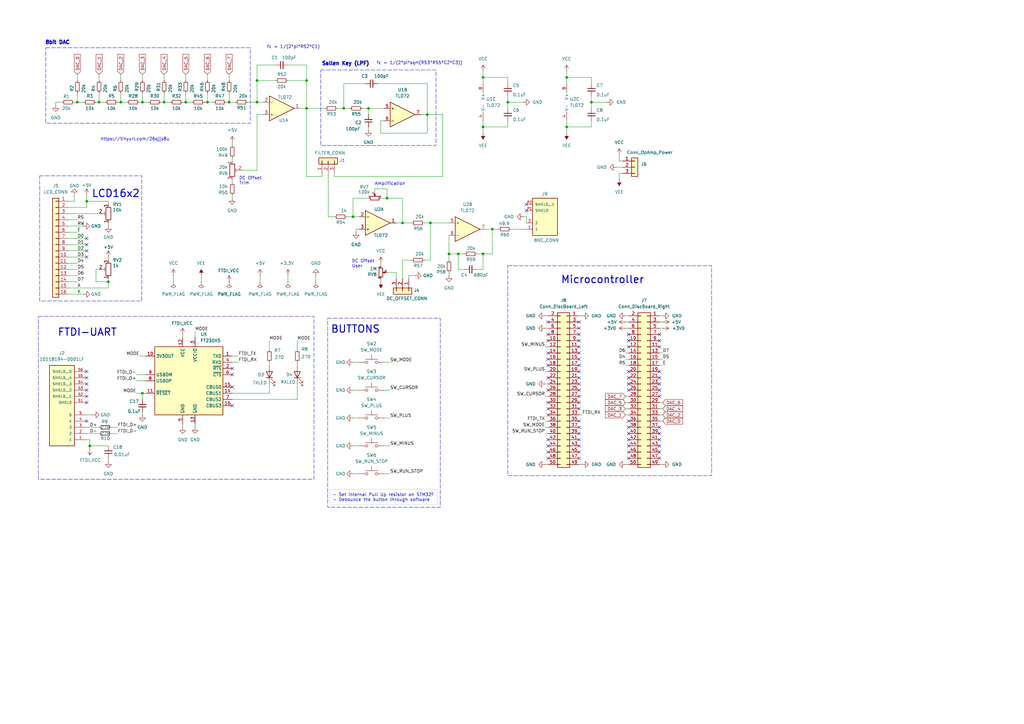
<source format=kicad_sch>
(kicad_sch (version 20231120) (generator "eeschema") (generator_version "8.0")
  (paper "A3")
  (title_block (title "Function Generator") (date "2024-05-30") (rev "2.0") (company "EngrEDU"))
  (junction (at 151.13 44.45))
  (junction (at 31.75 41.91))
  (junction (at 36.83 182.88))
  (junction (at 198.12 104.14))
  (junction (at 140.97 44.45))
  (junction (at 201.93 93.98))
  (junction (at 208.28 41.91))
  (junction (at 198.12 52.07))
  (junction (at 232.41 31.75))
  (junction (at 176.53 91.44))
  (junction (at 58.42 161.29))
  (junction (at 44.45 115.57))
  (junction (at 67.31 41.91))
  (junction (at 85.09 41.91))
  (junction (at 198.12 31.75))
  (junction (at 125.73 33.02))
  (junction (at 49.53 41.91))
  (junction (at 35.56 82.55))
  (junction (at 40.64 41.91))
  (junction (at 58.42 41.91))
  (junction (at 184.15 104.14))
  (junction (at 76.2 41.91))
  (junction (at 242.57 41.91))
  (junction (at 105.41 41.91))
  (junction (at 158.75 81.28))
  (junction (at 232.41 52.07))
  (junction (at 93.98 41.91))
  (junction (at 175.26 46.99))
  (junction (at 144.78 88.9))
  (junction (at 187.96 104.14))
  (junction (at 165.1 91.44))
  (junction (at 125.73 44.45))
  (junction (at 105.41 33.02))
  (no_connect (at 237.49 147.32))
  (no_connect (at 257.81 157.48))
  (no_connect (at 224.79 154.94))
  (no_connect (at 237.49 139.7))
  (no_connect (at 257.81 185.42))
  (no_connect (at 257.81 139.7))
  (no_connect (at 270.51 182.88))
  (no_connect (at 95.25 166.37))
  (no_connect (at 35.56 152.4))
  (no_connect (at 237.49 160.02))
  (no_connect (at 35.56 105.41))
  (no_connect (at 270.51 152.4))
  (no_connect (at 237.49 154.94))
  (no_connect (at 237.49 144.78))
  (no_connect (at 257.81 137.16))
  (no_connect (at 257.81 177.8))
  (no_connect (at 35.56 165.1))
  (no_connect (at 224.79 182.88))
  (no_connect (at 270.51 142.24))
  (no_connect (at 257.81 182.88))
  (no_connect (at 270.51 180.34))
  (no_connect (at 224.79 180.34))
  (no_connect (at 35.56 160.02))
  (no_connect (at 237.49 142.24))
  (no_connect (at 237.49 152.4))
  (no_connect (at 237.49 165.1))
  (no_connect (at 270.51 160.02))
  (no_connect (at 270.51 139.7))
  (no_connect (at 35.56 162.56))
  (no_connect (at 95.25 151.13))
  (no_connect (at 257.81 142.24))
  (no_connect (at 35.56 102.87))
  (no_connect (at 257.81 187.96))
  (no_connect (at 224.79 147.32))
  (no_connect (at 224.79 165.1))
  (no_connect (at 224.79 187.96))
  (no_connect (at 35.56 97.79))
  (no_connect (at 35.56 154.94))
  (no_connect (at 224.79 144.78))
  (no_connect (at 224.79 139.7))
  (no_connect (at 270.51 157.48))
  (no_connect (at 257.81 172.72))
  (no_connect (at 224.79 137.16))
  (no_connect (at 237.49 157.48))
  (no_connect (at 270.51 185.42))
  (no_connect (at 237.49 132.08))
  (no_connect (at 237.49 137.16))
  (no_connect (at 215.9 86.36))
  (no_connect (at 270.51 175.26))
  (no_connect (at 237.49 172.72))
  (no_connect (at 224.79 185.42))
  (no_connect (at 270.51 177.8))
  (no_connect (at 237.49 177.8))
  (no_connect (at 237.49 185.42))
  (no_connect (at 224.79 149.86))
  (no_connect (at 237.49 134.62))
  (no_connect (at 35.56 100.33))
  (no_connect (at 257.81 160.02))
  (no_connect (at 257.81 154.94))
  (no_connect (at 224.79 160.02))
  (no_connect (at 224.79 167.64))
  (no_connect (at 35.56 157.48))
  (no_connect (at 237.49 167.64))
  (no_connect (at 95.25 153.67))
  (no_connect (at 237.49 187.96))
  (no_connect (at 215.9 83.82))
  (no_connect (at 257.81 180.34))
  (no_connect (at 35.56 172.72))
  (no_connect (at 237.49 180.34))
  (no_connect (at 237.49 175.26))
  (no_connect (at 270.51 154.94))
  (no_connect (at 237.49 149.86))
  (no_connect (at 95.25 158.75))
  (no_connect (at 270.51 137.16))
  (no_connect (at 257.81 152.4))
  (no_connect (at 270.51 162.56))
  (no_connect (at 237.49 162.56))
  (no_connect (at 224.79 132.08))
  (no_connect (at 270.51 187.96))
  (no_connect (at 237.49 182.88))
  (no_connect (at 257.81 175.26))
  (no_connect (at 224.79 170.18))
  (wire (pts (xy 242.57 41.91) (xy 242.57 39.37)))
  (wire (pts (xy 270.51 167.64) (xy 271.78 167.64)))
  (wire (pts (xy 242.57 52.07) (xy 232.41 52.07)))
  (wire (pts (xy 153.67 77.47) (xy 158.75 77.47)))
  (wire (pts (xy 242.57 34.29) (xy 242.57 31.75)))
  (wire (pts (xy 39.37 110.49) (xy 40.64 110.49)))
  (wire (pts (xy 232.41 49.53) (xy 232.41 52.07)))
  (wire (pts (xy 95.25 146.05) (xy 97.79 146.05)))
  (wire (pts (xy 31.75 30.48) (xy 31.75 33.02)))
  (wire (pts (xy 30.48 82.55) (xy 30.48 80.01)))
  (wire (pts (xy 223.52 175.26) (xy 224.79 175.26)))
  (wire (pts (xy 223.52 134.62) (xy 224.79 134.62)))
  (wire (pts (xy 175.26 46.99) (xy 175.26 54.61)))
  (wire (pts (xy 36.83 180.34) (xy 36.83 182.88)))
  (wire (pts (xy 237.49 170.18) (xy 238.76 170.18)))
  (wire (pts (xy 223.52 172.72) (xy 224.79 172.72)))
  (wire (pts (xy 187.96 110.49) (xy 187.96 104.14)))
  (wire (pts (xy 125.73 26.67) (xy 125.73 33.02)))
  (wire (pts (xy 175.26 34.29) (xy 175.26 46.99)))
  (wire (pts (xy 195.58 104.14) (xy 198.12 104.14)))
  (wire (pts (xy 198.12 31.75) (xy 208.28 31.75)))
  (wire (pts (xy 27.94 115.57) (xy 31.75 115.57)))
  (wire (pts (xy 270.51 190.5) (xy 271.78 190.5)))
  (wire (pts (xy 74.93 173.99) (xy 74.93 175.26)))
  (wire (pts (xy 58.42 41.91) (xy 60.96 41.91)))
  (wire (pts (xy 74.93 137.16) (xy 74.93 138.43)))
  (wire (pts (xy 118.11 33.02) (xy 125.73 33.02)))
  (wire (pts (xy 35.56 177.8) (xy 40.64 177.8)))
  (wire (pts (xy 215.9 88.9) (xy 214.63 88.9)))
  (wire (pts (xy 125.73 72.39) (xy 125.73 44.45)))
  (wire (pts (xy 190.5 110.49) (xy 187.96 110.49)))
  (wire (pts (xy 144.78 171.45) (xy 147.32 171.45)))
  (wire (pts (xy 184.15 104.14) (xy 187.96 104.14)))
  (wire (pts (xy 270.51 172.72) (xy 271.78 172.72)))
  (wire (pts (xy 181.61 72.39) (xy 181.61 46.99)))
  (wire (pts (xy 165.1 91.44) (xy 162.56 91.44)))
  (wire (pts (xy 256.54 170.18) (xy 257.81 170.18)))
  (wire (pts (xy 144.78 81.28) (xy 144.78 88.9)))
  (wire (pts (xy 223.52 157.48) (xy 224.79 157.48)))
  (wire (pts (xy 95.25 58.42) (xy 95.25 59.69)))
  (wire (pts (xy 270.51 149.86) (xy 271.78 149.86)))
  (wire (pts (xy 110.49 161.29) (xy 110.49 157.48)))
  (wire (pts (xy 172.72 46.99) (xy 175.26 46.99)))
  (wire (pts (xy 223.52 190.5) (xy 224.79 190.5)))
  (wire (pts (xy 110.49 139.7) (xy 110.49 143.51)))
  (wire (pts (xy 31.75 38.1) (xy 31.75 41.91)))
  (wire (pts (xy 55.88 161.29) (xy 58.42 161.29)))
  (wire (pts (xy 132.08 72.39) (xy 125.73 72.39)))
  (wire (pts (xy 144.78 182.88) (xy 147.32 182.88)))
  (wire (pts (xy 22.86 43.18) (xy 22.86 41.91)))
  (wire (pts (xy 256.54 165.1) (xy 257.81 165.1)))
  (wire (pts (xy 153.67 78.74) (xy 153.67 77.47)))
  (wire (pts (xy 36.83 182.88) (xy 44.45 182.88)))
  (wire (pts (xy 76.2 41.91) (xy 78.74 41.91)))
  (wire (pts (xy 67.31 30.48) (xy 67.31 33.02)))
  (wire (pts (xy 156.21 49.53) (xy 156.21 54.61)))
  (wire (pts (xy 138.43 44.45) (xy 140.97 44.45)))
  (wire (pts (xy 55.88 153.67) (xy 59.69 153.67)))
  (wire (pts (xy 27.94 113.03) (xy 31.75 113.03)))
  (wire (pts (xy 85.09 38.1) (xy 85.09 41.91)))
  (wire (pts (xy 198.12 52.07) (xy 208.28 52.07)))
  (wire (pts (xy 256.54 149.86) (xy 257.81 149.86)))
  (wire (pts (xy 198.12 104.14) (xy 201.93 104.14)))
  (wire (pts (xy 184.15 104.14) (xy 184.15 106.68)))
  (wire (pts (xy 151.13 81.28) (xy 144.78 81.28)))
  (wire (pts (xy 125.73 33.02) (xy 125.73 44.45)))
  (wire (pts (xy 140.97 34.29) (xy 140.97 44.45)))
  (wire (pts (xy 198.12 34.29) (xy 198.12 31.75)))
  (wire (pts (xy 256.54 144.78) (xy 257.81 144.78)))
  (wire (pts (xy 270.51 129.54) (xy 271.78 129.54)))
  (wire (pts (xy 101.6 41.91) (xy 105.41 41.91)))
  (wire (pts (xy 74.93 41.91) (xy 76.2 41.91)))
  (wire (pts (xy 255.27 66.04) (xy 254 66.04)))
  (wire (pts (xy 248.92 41.91) (xy 242.57 41.91)))
  (wire (pts (xy 66.04 41.91) (xy 67.31 41.91)))
  (wire (pts (xy 149.86 34.29) (xy 140.97 34.29)))
  (wire (pts (xy 144.78 160.02) (xy 147.32 160.02)))
  (wire (pts (xy 223.52 129.54) (xy 224.79 129.54)))
  (wire (pts (xy 157.48 171.45) (xy 160.02 171.45)))
  (wire (pts (xy 165.1 114.3) (xy 165.1 106.68)))
  (wire (pts (xy 110.49 148.59) (xy 110.49 149.86)))
  (wire (pts (xy 156.21 54.61) (xy 175.26 54.61)))
  (wire (pts (xy 95.25 148.59) (xy 97.79 148.59)))
  (wire (pts (xy 147.32 93.98) (xy 146.05 93.98)))
  (wire (pts (xy 195.58 110.49) (xy 198.12 110.49)))
  (wire (pts (xy 45.72 177.8) (xy 48.26 177.8)))
  (wire (pts (xy 215.9 91.44) (xy 215.9 88.9)))
  (wire (pts (xy 134.62 88.9) (xy 137.16 88.9)))
  (wire (pts (xy 125.73 44.45) (xy 133.35 44.45)))
  (wire (pts (xy 242.57 31.75) (xy 232.41 31.75)))
  (wire (pts (xy 48.26 41.91) (xy 49.53 41.91)))
  (wire (pts (xy 58.42 38.1) (xy 58.42 41.91)))
  (wire (pts (xy 93.98 30.48) (xy 93.98 33.02)))
  (wire (pts (xy 255.27 71.12) (xy 254 71.12)))
  (wire (pts (xy 223.52 152.4) (xy 224.79 152.4)))
  (wire (pts (xy 223.52 162.56) (xy 224.79 162.56)))
  (wire (pts (xy 154.94 34.29) (xy 175.26 34.29)))
  (wire (pts (xy 157.48 148.59) (xy 160.02 148.59)))
  (wire (pts (xy 93.98 41.91) (xy 96.52 41.91)))
  (wire (pts (xy 158.75 81.28) (xy 165.1 81.28)))
  (wire (pts (xy 223.52 142.24) (xy 224.79 142.24)))
  (wire (pts (xy 44.45 118.11) (xy 44.45 115.57)))
  (wire (pts (xy 144.78 148.59) (xy 147.32 148.59)))
  (wire (pts (xy 158.75 77.47) (xy 158.75 81.28)))
  (wire (pts (xy 35.56 175.26) (xy 40.64 175.26)))
  (wire (pts (xy 151.13 44.45) (xy 151.13 46.99)))
  (wire (pts (xy 256.54 132.08) (xy 257.81 132.08)))
  (wire (pts (xy 173.99 91.44) (xy 176.53 91.44)))
  (wire (pts (xy 27.94 82.55) (xy 30.48 82.55)))
  (wire (pts (xy 162.56 111.76) (xy 162.56 114.3)))
  (wire (pts (xy 118.11 113.03) (xy 118.11 115.57)))
  (wire (pts (xy 137.16 71.12) (xy 137.16 72.39)))
  (wire (pts (xy 67.31 41.91) (xy 69.85 41.91)))
  (wire (pts (xy 201.93 93.98) (xy 204.47 93.98)))
  (wire (pts (xy 40.64 38.1) (xy 40.64 41.91)))
  (wire (pts (xy 129.54 113.03) (xy 129.54 115.57)))
  (wire (pts (xy 201.93 104.14) (xy 201.93 93.98)))
  (wire (pts (xy 165.1 81.28) (xy 165.1 91.44)))
  (wire (pts (xy 208.28 41.91) (xy 208.28 44.45)))
  (wire (pts (xy 105.41 26.67) (xy 105.41 33.02)))
  (wire (pts (xy 157.48 182.88) (xy 160.02 182.88)))
  (wire (pts (xy 157.48 194.31) (xy 160.02 194.31)))
  (wire (pts (xy 105.41 69.85) (xy 105.41 46.99)))
  (wire (pts (xy 40.64 30.48) (xy 40.64 33.02)))
  (wire (pts (xy 44.45 114.3) (xy 44.45 115.57)))
  (wire (pts (xy 271.78 134.62) (xy 270.51 134.62)))
  (wire (pts (xy 39.37 115.57) (xy 39.37 110.49)))
  (wire (pts (xy 93.98 38.1) (xy 93.98 41.91)))
  (wire (pts (xy 209.55 93.98) (xy 215.9 93.98)))
  (wire (pts (xy 173.99 106.68) (xy 176.53 106.68)))
  (wire (pts (xy 254 66.04) (xy 254 63.5)))
  (wire (pts (xy 95.25 163.83) (xy 121.92 163.83)))
  (wire (pts (xy 57.15 41.91) (xy 58.42 41.91)))
  (wire (pts (xy 256.54 162.56) (xy 257.81 162.56)))
  (wire (pts (xy 165.1 91.44) (xy 168.91 91.44)))
  (wire (pts (xy 156.21 81.28) (xy 158.75 81.28)))
  (wire (pts (xy 95.25 80.01) (xy 95.25 81.28)))
  (wire (pts (xy 165.1 106.68) (xy 168.91 106.68)))
  (wire (pts (xy 27.94 90.17) (xy 31.75 90.17)))
  (wire (pts (xy 35.56 180.34) (xy 36.83 180.34)))
  (wire (pts (xy 140.97 44.45) (xy 143.51 44.45)))
  (wire (pts (xy 27.94 92.71) (xy 34.29 92.71)))
  (wire (pts (xy 151.13 44.45) (xy 157.48 44.45)))
  (wire (pts (xy 158.75 111.76) (xy 162.56 111.76)))
  (wire (pts (xy 58.42 163.83) (xy 58.42 161.29)))
  (wire (pts (xy 27.94 100.33) (xy 35.56 100.33)))
  (wire (pts (xy 57.15 146.05) (xy 59.69 146.05)))
  (wire (pts (xy 30.48 41.91) (xy 31.75 41.91)))
  (wire (pts (xy 44.45 83.82) (xy 44.45 82.55)))
  (wire (pts (xy 58.42 161.29) (xy 59.69 161.29)))
  (wire (pts (xy 157.48 49.53) (xy 156.21 49.53)))
  (wire (pts (xy 121.92 163.83) (xy 121.92 157.48)))
  (wire (pts (xy 146.05 93.98) (xy 146.05 95.25)))
  (wire (pts (xy 27.94 97.79) (xy 35.56 97.79)))
  (wire (pts (xy 187.96 104.14) (xy 190.5 104.14)))
  (wire (pts (xy 71.12 113.03) (xy 71.12 115.57)))
  (wire (pts (xy 181.61 46.99) (xy 175.26 46.99)))
  (wire (pts (xy 270.51 132.08) (xy 271.78 132.08)))
  (wire (pts (xy 27.94 102.87) (xy 35.56 102.87)))
  (wire (pts (xy 27.94 85.09) (xy 35.56 85.09)))
  (wire (pts (xy 201.93 93.98) (xy 199.39 93.98)))
  (wire (pts (xy 35.56 80.01) (xy 35.56 82.55)))
  (wire (pts (xy 184.15 96.52) (xy 184.15 104.14)))
  (wire (pts (xy 237.49 129.54) (xy 238.76 129.54)))
  (wire (pts (xy 157.48 160.02) (xy 160.02 160.02)))
  (wire (pts (xy 80.01 135.89) (xy 80.01 138.43)))
  (wire (pts (xy 95.25 73.66) (xy 95.25 74.93)))
  (wire (pts (xy 232.41 52.07) (xy 232.41 54.61)))
  (wire (pts (xy 208.28 41.91) (xy 208.28 39.37)))
  (wire (pts (xy 121.92 148.59) (xy 121.92 149.86)))
  (wire (pts (xy 85.09 30.48) (xy 85.09 33.02)))
  (wire (pts (xy 156.21 107.95) (xy 156.21 109.22)))
  (wire (pts (xy 105.41 46.99) (xy 107.95 46.99)))
  (wire (pts (xy 49.53 30.48) (xy 49.53 33.02)))
  (wire (pts (xy 256.54 147.32) (xy 257.81 147.32)))
  (wire (pts (xy 167.64 113.03) (xy 167.64 114.3)))
  (wire (pts (xy 144.78 194.31) (xy 147.32 194.31)))
  (wire (pts (xy 58.42 168.91) (xy 58.42 170.18)))
  (wire (pts (xy 40.64 41.91) (xy 43.18 41.91)))
  (wire (pts (xy 232.41 31.75) (xy 232.41 34.29)))
  (wire (pts (xy 198.12 29.21) (xy 198.12 31.75)))
  (wire (pts (xy 198.12 49.53) (xy 198.12 52.07)))
  (wire (pts (xy 39.37 115.57) (xy 44.45 115.57)))
  (wire (pts (xy 27.94 107.95) (xy 31.75 107.95)))
  (wire (pts (xy 151.13 52.07) (xy 151.13 53.34)))
  (wire (pts (xy 58.42 30.48) (xy 58.42 33.02)))
  (wire (pts (xy 106.68 113.03) (xy 106.68 115.57)))
  (wire (pts (xy 121.92 139.7) (xy 121.92 143.51)))
  (wire (pts (xy 223.52 177.8) (xy 224.79 177.8)))
  (wire (pts (xy 55.88 156.21) (xy 59.69 156.21)))
  (wire (pts (xy 113.03 33.02) (xy 105.41 33.02)))
  (wire (pts (xy 148.59 44.45) (xy 151.13 44.45)))
  (wire (pts (xy 270.51 144.78) (xy 271.78 144.78)))
  (wire (pts (xy 27.94 120.65) (xy 34.29 120.65)))
  (wire (pts (xy 44.45 105.41) (xy 44.45 106.68)))
  (wire (pts (xy 105.41 33.02) (xy 105.41 41.91)))
  (wire (pts (xy 118.11 26.67) (xy 125.73 26.67)))
  (wire (pts (xy 31.75 41.91) (xy 34.29 41.91)))
  (wire (pts (xy 49.53 41.91) (xy 52.07 41.91)))
  (wire (pts (xy 242.57 49.53) (xy 242.57 52.07)))
  (wire (pts (xy 82.55 113.03) (xy 82.55 115.57)))
  (wire (pts (xy 76.2 38.1) (xy 76.2 41.91)))
  (wire (pts (xy 76.2 30.48) (xy 76.2 33.02)))
  (wire (pts (xy 27.94 95.25) (xy 31.75 95.25)))
  (wire (pts (xy 214.63 41.91) (xy 208.28 41.91)))
  (wire (pts (xy 256.54 134.62) (xy 257.81 134.62)))
  (wire (pts (xy 27.94 118.11) (xy 44.45 118.11)))
  (wire (pts (xy 270.51 147.32) (xy 271.78 147.32)))
  (wire (pts (xy 27.94 105.41) (xy 35.56 105.41)))
  (wire (pts (xy 208.28 31.75) (xy 208.28 34.29)))
  (wire (pts (xy 49.53 38.1) (xy 49.53 41.91)))
  (wire (pts (xy 99.06 69.85) (xy 105.41 69.85)))
  (wire (pts (xy 67.31 38.1) (xy 67.31 41.91)))
  (wire (pts (xy 35.56 170.18) (xy 38.1 170.18)))
  (wire (pts (xy 95.25 161.29) (xy 110.49 161.29)))
  (wire (pts (xy 256.54 129.54) (xy 257.81 129.54)))
  (wire (pts (xy 22.86 41.91) (xy 25.4 41.91)))
  (wire (pts (xy 35.56 85.09) (xy 35.56 82.55)))
  (wire (pts (xy 198.12 110.49) (xy 198.12 104.14)))
  (wire (pts (xy 242.57 41.91) (xy 242.57 44.45)))
  (wire (pts (xy 237.49 190.5) (xy 238.76 190.5)))
  (wire (pts (xy 198.12 52.07) (xy 198.12 54.61)))
  (wire (pts (xy 85.09 41.91) (xy 87.63 41.91)))
  (wire (pts (xy 36.83 184.15) (xy 36.83 182.88)))
  (wire (pts (xy 176.53 106.68) (xy 176.53 91.44)))
  (wire (pts (xy 44.45 82.55) (xy 35.56 82.55)))
  (wire (pts (xy 95.25 64.77) (xy 95.25 66.04)))
  (wire (pts (xy 137.16 72.39) (xy 181.61 72.39)))
  (wire (pts (xy 92.71 41.91) (xy 93.98 41.91)))
  (wire (pts (xy 44.45 187.96) (xy 44.45 189.23)))
  (wire (pts (xy 39.37 41.91) (xy 40.64 41.91)))
  (wire (pts (xy 132.08 71.12) (xy 132.08 72.39)))
  (wire (pts (xy 254 71.12) (xy 254 73.66)))
  (wire (pts (xy 270.51 165.1) (xy 271.78 165.1)))
  (wire (pts (xy 144.78 88.9) (xy 147.32 88.9)))
  (wire (pts (xy 208.28 49.53) (xy 208.28 52.07)))
  (wire (pts (xy 125.73 44.45) (xy 123.19 44.45)))
  (wire (pts (xy 134.62 71.12) (xy 134.62 88.9)))
  (wire (pts (xy 44.45 91.44) (xy 44.45 92.71)))
  (wire (pts (xy 184.15 111.76) (xy 184.15 113.03)))
  (wire (pts (xy 105.41 41.91) (xy 107.95 41.91)))
  (wire (pts (xy 27.94 87.63) (xy 40.64 87.63)))
  (wire (pts (xy 232.41 29.21) (xy 232.41 31.75)))
  (wire (pts (xy 156.21 114.3) (xy 156.21 115.57)))
  (wire (pts (xy 252.73 68.58) (xy 255.27 68.58)))
  (wire (pts (xy 270.51 170.18) (xy 271.78 170.18)))
  (wire (pts (xy 176.53 91.44) (xy 184.15 91.44)))
  (wire (pts (xy 27.94 110.49) (xy 31.75 110.49)))
  (wire (pts (xy 113.03 26.67) (xy 105.41 26.67)))
  (wire (pts (xy 45.72 175.26) (xy 48.26 175.26)))
  (wire (pts (xy 170.18 113.03) (xy 167.64 113.03)))
  (wire (pts (xy 80.01 173.99) (xy 80.01 175.26)))
  (wire (pts (xy 256.54 190.5) (xy 257.81 190.5)))
  (wire (pts (xy 256.54 167.64) (xy 257.81 167.64)))
  (wire (pts (xy 83.82 41.91) (xy 85.09 41.91)))
  (wire (pts (xy 142.24 88.9) (xy 144.78 88.9)))
  (rectangle (start 208.28 108.966) (end 291.846 195.072) (stroke (width 0) (type dash)))
  (rectangle (start 131.572 28.702) (end 178.816 59.69) (stroke (width 0) (type dash)))
  (rectangle (start 134.366 130.556) (end 180.594 208.026) (stroke (width 0) (type dash)))
  (rectangle (start 16.256 72.136) (end 58.166 123.444) (stroke (width 0) (type dash)))
  (rectangle (start 15.748 129.794) (end 128.778 196.596) (stroke (width 0) (type dash)))
  (rectangle (start 18.796 19.558) (end 102.616 50.546) (stroke (width 0) (type dash)))
  (text_box "- Set internal Pull Up resistor on STM32F\n- Debounce the button through software" (at 135.382 200.66 0) (size 43.942 6.35) (stroke (width 0) (type dot)) (effects (font (size 1.27 1.27)) (justify left)))
  (text "Microcontroller" (at 247.142 114.808 0) (effects (font (size 3 3) (thickness 0.4) (bold yes))))
  (text "fc = 1/(2*pi*sqrt(R53*R55*C2*C3))" (at 154.432 25.908 0) (effects (font (size 1.27 1.27)) (justify left)))
  (text "BUTTONS" (at 145.796 135.128 0) (effects (font (size 3 3) (thickness 0.4) (bold yes))))
  (text "fc = 1/(2*pi*R52*C1)" (at 109.474 19.304 0) (effects (font (size 1.27 1.27)) (justify left)))
  (text "8bit DAC" (at 23.622 17.526 0) (effects (font (size 1.5 1.5) (thickness 0.4) (bold yes))))
  (text "https://tinyurl.com/26qjjs8u" (at 55.372 57.15 0) (effects (font (size 1.27 1.27))))
  (text "Amplification\n" (at 153.67 75.438 0) (effects (font (size 1.27 1.27)) (justify left)))
  (text "DC Offset \nTrim" (at 98.044 74.168 0) (effects (font (size 1.27 1.27)) (justify left)))
  (text "DC Offset \nUser" (at 144.272 108.204 0) (effects (font (size 1.27 1.27)) (justify left)))
  (text "LCD16x2" (at 47.498 79.502 0) (effects (font (size 3 3) (thickness 0.4) (bold yes))))
  (text "Sallen Key (LPF)" (at 141.732 26.162 0) (effects (font (size 1.5 1.5) (thickness 0.4) (bold yes))))
  (text "FTDI-UART\n" (at 35.814 136.398 0) (effects (font (size 3 3) (thickness 0.4) (bold yes))))
  (label "FTDI_D+" (at 48.26 175.26 0))
  (label "FTDI_TX" (at 97.79 146.05 0))
  (label "MODE" (at 121.92 139.7 0))
  (label "SW_MODE" (at 160.02 148.59 0))
  (label "SW_PLUS" (at 160.02 171.45 0))
  (label "D5" (at 31.75 110.49 0))
  (label "A" (at 31.75 118.11 0))
  (label "SW_MINUS" (at 223.52 142.24 180))
  (label "K" (at 31.75 120.65 0))
  (label "SW_CURSOR" (at 223.52 162.56 180))
  (label "D1" (at 31.75 100.33 0))
  (label "D+" (at 36.83 175.26 0))
  (label "D7" (at 271.78 144.78 0))
  (label "D-" (at 36.83 177.8 0))
  (label "FTDI_D+" (at 55.88 156.21 180))
  (label "FTDI_D-" (at 55.88 153.67 180))
  (label "D0" (at 31.75 97.79 0))
  (label "D5" (at 271.78 147.32 0))
  (label "SW_PLUS" (at 223.52 152.4 180))
  (label "D7" (at 31.75 115.57 0))
  (label "RS" (at 256.54 149.86 180))
  (label "MODE" (at 55.88 161.29 180))
  (label "D4" (at 31.75 107.95 0))
  (label "SW_RUN_STOP" (at 223.52 177.8 180))
  (label "SW_CURSOR" (at 160.02 160.02 0))
  (label "FTDI_D-" (at 48.26 177.8 0))
  (label "FTDI_RX" (at 238.76 170.18 0))
  (label "E" (at 31.75 95.25 0))
  (label "E" (at 271.78 149.86 0))
  (label "D4" (at 256.54 147.32 180))
  (label "D6" (at 256.54 144.78 180))
  (label "FTDI_RX" (at 97.79 148.59 0))
  (label "D3" (at 31.75 105.41 0))
  (label "D2" (at 31.75 102.87 0))
  (label "SW_MINUS" (at 160.02 182.88 0))
  (label "SW_RUN_STOP" (at 160.02 194.31 0))
  (label "SW_MODE" (at 223.52 175.26 180))
  (label "RS" (at 31.75 90.17 0))
  (label "MODE" (at 110.49 139.7 0))
  (label "RW" (at 31.75 92.71 0))
  (label "MODE" (at 57.15 146.05 180))
  (label "D6" (at 31.75 113.03 0))
  (label "FTDI_TX" (at 223.52 172.72 180))
  (label "MODE" (at 80.01 135.89 0))
  (global_label "DAC_0" (shape input) (at 271.78 172.72 0) (property "Intersheetrefs" "${INTERSHEET_REFS}" (effects (hide yes))))
  (global_label "DAC_2" (shape input) (at 271.78 170.18 0) (property "Intersheetrefs" "${INTERSHEET_REFS}" (effects (hide yes))))
  (global_label "DAC_5" (shape input) (at 76.2 30.48 90) (property "Intersheetrefs" "${INTERSHEET_REFS}" (effects (hide yes))))
  (global_label "DAC_0" (shape input) (at 31.75 30.48 90) (property "Intersheetrefs" "${INTERSHEET_REFS}" (effects (hide yes))))
  (global_label "DAC_6" (shape input) (at 271.78 165.1 0) (property "Intersheetrefs" "${INTERSHEET_REFS}" (effects (hide yes))))
  (global_label "DAC_6" (shape input) (at 85.09 30.48 90) (property "Intersheetrefs" "${INTERSHEET_REFS}" (effects (hide yes))))
  (global_label "DAC_7" (shape input) (at 93.98 30.48 90) (property "Intersheetrefs" "${INTERSHEET_REFS}" (effects (hide yes))))
  (global_label "DAC_4" (shape input) (at 271.78 167.64 0) (property "Intersheetrefs" "${INTERSHEET_REFS}" (effects (hide yes))))
  (global_label "DAC_1" (shape input) (at 256.54 170.18 180) (property "Intersheetrefs" "${INTERSHEET_REFS}" (effects (hide yes))))
  (global_label "DAC_4" (shape input) (at 67.31 30.48 90) (property "Intersheetrefs" "${INTERSHEET_REFS}" (effects (hide yes))))
  (global_label "DAC_5" (shape input) (at 256.54 165.1 180) (property "Intersheetrefs" "${INTERSHEET_REFS}" (effects (hide yes))))
  (global_label "DAC_3" (shape input) (at 58.42 30.48 90) (property "Intersheetrefs" "${INTERSHEET_REFS}" (effects (hide yes))))
  (global_label "DAC_1" (shape input) (at 40.64 30.48 90) (property "Intersheetrefs" "${INTERSHEET_REFS}" (effects (hide yes))))
  (global_label "DAC_2" (shape input) (at 49.53 30.48 90) (property "Intersheetrefs" "${INTERSHEET_REFS}" (effects (hide yes))))
  (global_label "DAC_3" (shape input) (at 256.54 167.64 180) (property "Intersheetrefs" "${INTERSHEET_REFS}" (effects (hide yes))))
  (global_label "DAC_7" (shape input) (at 256.54 162.56 180) (property "Intersheetrefs" "${INTERSHEET_REFS}" (effects (hide yes))))
  (symbol (lib_id "power:GND") (at 170.18 113.03 90) (unit 1)
    (property "Reference" "#PWR010" (effects (hide yes)))
    (property "Value" "GND" (at 173.482 113.03 90) (effects (justify right)))
    (property "Description" "Power symbol creates a global label with name \"GND\" , ground" (effects (hide yes)))
  )
  (symbol (lib_id "power:GND") (at 44.45 92.71 0) (unit 1)
    (property "Reference" "#PWR045" (effects (hide yes)))
    (property "Value" "GND" (at 44.45 97.282 0))
    (property "Description" "Power symbol creates a global label with name \"GND\" , ground" (effects (hide yes)))
  )
  (symbol (lib_id "Connector_Generic:Conn_02x25_Odd_Even") (at 265.43 160.02 0) (mirror y) (unit 1)
    (property "Reference" "J7" (at 264.16 123.19 0))
    (property "Value" "Conn_DiscBoard_Right" (at 264.16 125.73 0))
    (property "Footprint" "Connector_PinSocket_2.54mm:PinSocket_2x25_P2.54mm_Vertical" (effects (hide yes)))
    (property "Description" "Generic connector, double row, 02x25, odd/even pin numbering scheme (row 1 odd numbers, row 2 even numbers), script generated (kicad-library-utils/schlib/autogen/connector/)" (effects (hide yes)))
  )
  (symbol (lib_id "Device:R_Small") (at 40.64 35.56 180) (unit 1)
    (property "Reference" "R4" (at 38.354 37.592 90) (effects (justify right)))
    (property "Value" "20k" (at 43.18 38.1 90) (effects (justify right)))
    (property "Footprint" "Resistor_SMD:R_0805_2012Metric_Pad1.20x1.40mm_HandSolder" (effects (hide yes)))
    (property "Description" "Resistor, small symbol" (effects (hide yes)))
    (property "Mouser" "https://www.mouser.com/ProductDetail/594-MCU08050C2002FP5" (effects (hide yes)))
  )
  (symbol (lib_id "power:+5V") (at 35.56 80.01 0) (unit 1)
    (property "Reference" "#PWR043" (effects (hide yes)))
    (property "Value" "+5V" (at 35.56 75.946 0))
    (property "Description" "Power symbol creates a global label with name \"+5V\"" (effects (hide yes)))
  )
  (symbol (lib_id "power:GND") (at 271.78 190.5 90) (unit 1)
    (property "Reference" "#PWR041" (effects (hide yes)))
    (property "Value" "GND" (at 275.59 190.4999 90) (effects (justify right)))
    (property "Description" "Power symbol creates a global label with name \"GND\" , ground" (effects (hide yes)))
  )
  (symbol (lib_id "power:+3V0") (at 256.54 134.62 90) (unit 1)
    (property "Reference" "#PWR029" (effects (hide yes)))
    (property "Value" "+3V0" (at 252.73 134.6199 90) (effects (justify left)))
    (property "Description" "Power symbol creates a global label with name \"+3V0\"" (effects (hide yes)))
  )
  (symbol (lib_id "Device:C_Small") (at 152.4 34.29 90) (unit 1)
    (property "Reference" "C3" (at 150.876 31.242 90) (effects (justify left)))
    (property "Value" "100pF" (at 159.512 31.242 90) (effects (justify left)))
    (property "Footprint" "Capacitor_SMD:C_0805_2012Metric_Pad1.18x1.45mm_HandSolder" (effects (hide yes)))
    (property "Description" "Unpolarized capacitor, small symbol" (effects (hide yes)))
  )
  (symbol (lib_id "power:GND") (at 223.52 129.54 270) (unit 1)
    (property "Reference" "#PWR023" (effects (hide yes)))
    (property "Value" "GND" (at 219.71 129.5399 90) (effects (justify right)))
    (property "Description" "Power symbol creates a global label with name \"GND\" , ground" (effects (hide yes)))
  )
  (symbol (lib_id "Switch:SW_Push") (at 152.4 182.88 0) (unit 1)
    (property "Reference" "SW5" (at 152.4 175.26 0))
    (property "Value" "SW_MINUS" (at 152.4 177.8 0))
    (property "Footprint" "Button_Switch_THT:SW_PUSH_6mm_H5mm" (effects (hide yes)))
    (property "Description" "Push button switch, generic, two pins" (effects (hide yes)))
    (property "Mouser" "https://www.mouser.com/ProductDetail/611-PTS526SK08SMTR2L" (effects (hide yes)))
  )
  (symbol (lib_id "Device:R_Small") (at 139.7 88.9 270) (unit 1)
    (property "Reference" "R54" (at 141.732 91.186 90) (effects (justify right)))
    (property "Value" "1k" (at 142.24 86.36 90) (effects (justify right)))
    (property "Footprint" "Resistor_SMD:R_0805_2012Metric_Pad1.20x1.40mm_HandSolder" (effects (hide yes)))
    (property "Description" "Resistor, small symbol" (effects (hide yes)))
    (property "Mouser" "https://www.mouser.com/ProductDetail/594-MCU08050C2002FP5" (effects (hide yes)))
  )
  (symbol (lib_id "Interface_USB:FT230XS") (at 77.47 156.21 0) (unit 1)
    (property "Reference" "U5" (at 82.2041 137.16 0) (effects (justify left)))
    (property "Value" "FT230XS" (at 82.2041 139.7 0) (effects (justify left)))
    (property "Footprint" "Package_SO:SSOP-16_3.9x4.9mm_P0.635mm" (effects (hide yes)))
    (property "Datasheet" "https://www.ftdichip.com/Support/Documents/DataSheets/ICs/DS_FT230X.pdf" (effects (hide yes)))
    (property "Description" "Full Speed USB to Basic UART, SSOP-16" (effects (hide yes)))
    (property "Mouser" "https://www.mouser.com/ProductDetail/895-FT230XS-U" (effects (hide yes)))
  )
  (symbol (lib_id "Device:LED") (at 110.49 153.67 90) (unit 1)
    (property "Reference" "D3" (at 105.664 153.67 90) (effects (justify right)))
    (property "Value" "TXLED" (at 103.632 156.972 90) (effects (justify right)))
    (property "Footprint" "LED_SMD:LED_0805_2012Metric_Pad1.15x1.40mm_HandSolder" (effects (hide yes)))
    (property "Description" "Light emitting diode" (effects (hide yes)))
    (property "Mouser" "https://www.mouser.com/ProductDetail/710-150080BS75000" (effects (hide yes)))
  )
  (symbol (lib_id "power:GND") (at 256.54 129.54 270) (unit 1)
    (property "Reference" "#PWR025" (effects (hide yes)))
    (property "Value" "GND" (at 252.73 129.5399 90) (effects (justify right)))
    (property "Description" "Power symbol creates a global label with name \"GND\" , ground" (effects (hide yes)))
  )
  (symbol (lib_id "power:GND") (at 214.63 41.91 90) (unit 1)
    (property "Reference" "#PWR016" (effects (hide yes)))
    (property "Value" "GND" (at 218.44 41.9099 90) (effects (justify right)))
    (property "Description" "Power symbol creates a global label with name \"GND\" , ground" (effects (hide yes)))
  )
  (symbol (lib_id "Switch:SW_Push") (at 152.4 194.31 0) (unit 1)
    (property "Reference" "SW6" (at 152.4 186.69 0))
    (property "Value" "SW_RUN_STOP" (at 152.4 189.23 0))
    (property "Footprint" "Button_Switch_THT:SW_PUSH_6mm_H5mm" (effects (hide yes)))
    (property "Description" "Push button switch, generic, two pins" (effects (hide yes)))
    (property "Mouser" "https://www.mouser.com/ProductDetail/611-PTS526SK08SMTR2L" (effects (hide yes)))
  )
  (symbol (lib_id "power:+5V") (at 271.78 132.08 270) (unit 1)
    (property "Reference" "#PWR026" (effects (hide yes)))
    (property "Value" "+5V" (at 277.368 132.08 90))
    (property "Description" "Power symbol creates a global label with name \"+5V\"" (effects (hide yes)))
  )
  (symbol (lib_id "Device:R_Potentiometer_Small") (at 156.21 111.76 0) (unit 1)
    (property "Reference" "RV8" (at 152.654 112.522 0))
    (property "Value" "1M" (at 153.162 110.236 0))
    (property "Footprint" "Potentiometer_THT:Potentiometer_Alps_RK09K_Single_Vertical" (effects (hide yes)))
    (property "Description" "Potentiometer" (effects (hide yes)))
  )
  (symbol (lib_id "power:PWR_FLAG") (at 129.54 115.57 180) (unit 1)
    (property "Reference" "#FLG05" (effects (hide yes)))
    (property "Value" "PWR_FLAG" (at 129.54 120.65 0))
    (property "Description" "Special symbol for telling ERC where power comes from" (effects (hide yes)))
  )
  (symbol (lib_id "power:+5V") (at 106.68 113.03 0) (unit 1)
    (property "Reference" "#PWR086" (effects (hide yes)))
    (property "Value" "+5V" (at 106.68 107.95 0))
    (property "Description" "Power symbol creates a global label with name \"+5V\"" (effects (hide yes)))
  )
  (symbol (lib_id "Device:R_Small") (at 81.28 41.91 90) (unit 1)
    (property "Reference" "R45" (at 81.28 39.37 90))
    (property "Value" "10k" (at 81.28 44.45 90))
    (property "Footprint" "Resistor_SMD:R_0805_2012Metric_Pad1.20x1.40mm_HandSolder" (effects (hide yes)))
    (property "Description" "Resistor, small symbol" (effects (hide yes)))
    (property "Mouser" "https://www.mouser.com/ProductDetail/279-CPF0805B10KE1" (effects (hide yes)))
  )
  (symbol (lib_id "Device:R_Small") (at 135.89 44.45 270) (unit 1)
    (property "Reference" "R53" (at 137.922 46.736 90) (effects (justify right)))
    (property "Value" "20k" (at 138.43 41.91 90) (effects (justify right)))
    (property "Footprint" "Resistor_SMD:R_0805_2012Metric_Pad1.20x1.40mm_HandSolder" (effects (hide yes)))
    (property "Description" "Resistor, small symbol" (effects (hide yes)))
    (property "Mouser" "https://www.mouser.com/ProductDetail/Bourns/CR0805-FX-1502ELF?qs=Hqdsf0hGw%2FCN5sNalLmn%252BA%3D%3D" (effects (hide yes)))
  )
  (symbol (lib_id "power:VCC") (at 232.41 29.21 0) (unit 1)
    (property "Reference" "#PWR014" (effects (hide yes)))
    (property "Value" "VCC" (at 232.41 24.13 0))
    (property "Description" "Power symbol creates a global label with name \"VCC\"" (effects (hide yes)))
  )
  (symbol (lib_id "power:+5V") (at 44.45 105.41 0) (unit 1)
    (property "Reference" "#PWR046" (effects (hide yes)))
    (property "Value" "+5V" (at 44.45 101.346 0))
    (property "Description" "Power symbol creates a global label with name \"+5V\"" (effects (hide yes)))
  )
  (symbol (lib_id "power:GND") (at 144.78 182.88 270) (unit 1)
    (property "Reference" "#PWR051" (effects (hide yes)))
    (property "Value" "GND" (at 139.7 182.88 90))
    (property "Description" "Power symbol creates a global label with name \"GND\" , ground" (effects (hide yes)))
  )
  (symbol (lib_id "power:GND") (at 34.29 120.65 90) (unit 1)
    (property "Reference" "#PWR047" (effects (hide yes)))
    (property "Value" "GND" (at 39.37 120.65 90))
    (property "Description" "Power symbol creates a global label with name \"GND\" , ground" (effects (hide yes)))
  )
  (symbol (lib_id "Device:R_Small") (at 63.5 41.91 90) (unit 1)
    (property "Reference" "R30" (at 63.5 39.37 90))
    (property "Value" "10k" (at 63.5 44.45 90))
    (property "Footprint" "Resistor_SMD:R_0805_2012Metric_Pad1.20x1.40mm_HandSolder" (effects (hide yes)))
    (property "Description" "Resistor, small symbol" (effects (hide yes)))
    (property "Mouser" "https://www.mouser.com/ProductDetail/279-CPF0805B10KE1" (effects (hide yes)))
  )
  (symbol (lib_id "power:+3V0") (at 271.78 134.62 270) (unit 1)
    (property "Reference" "#PWR028" (effects (hide yes)))
    (property "Value" "+3V0" (at 275.59 134.6199 90) (effects (justify left)))
    (property "Description" "Power symbol creates a global label with name \"+3V0\"" (effects (hide yes)))
  )
  (symbol (lib_id "Connector_Generic:Conn_02x25_Odd_Even") (at 232.41 160.02 0) (mirror y) (unit 1)
    (property "Reference" "J8" (at 231.14 123.19 0))
    (property "Value" "Conn_DiscBoard_Left" (at 231.14 125.73 0))
    (property "Footprint" "Connector_PinSocket_2.54mm:PinSocket_2x25_P2.54mm_Vertical" (effects (hide yes)))
    (property "Description" "Generic connector, double row, 02x25, odd/even pin numbering scheme (row 1 odd numbers, row 2 even numbers), script generated (kicad-library-utils/schlib/autogen/connector/)" (effects (hide yes)))
  )
  (symbol (lib_id "Device:R_Small") (at 54.61 41.91 90) (unit 1)
    (property "Reference" "R28" (at 54.61 39.37 90))
    (property "Value" "10k" (at 54.61 44.45 90))
    (property "Footprint" "Resistor_SMD:R_0805_2012Metric_Pad1.20x1.40mm_HandSolder" (effects (hide yes)))
    (property "Description" "Resistor, small symbol" (effects (hide yes)))
    (property "Mouser" "https://www.mouser.com/ProductDetail/279-CPF0805B10KE1" (effects (hide yes)))
  )
  (symbol (lib_id "BNC_RightAngle_50ohm:1-1337543-0") (at 223.52 91.44 180) (unit 1)
    (property "Reference" "J9" (at 222.25 79.502 0) (effects (justify right)))
    (property "Value" "BNC_CONN" (at 218.948 98.552 0) (effects (justify right)))
    (property "Footprint" "BNC_RightAngle_50ohm:BNC_RightAngle_50ohm" (effects (hide yes)))
    (property "Comment" "1-1337543-0" (effects (hide yes)))
    (property "MF" "TE Connectivity" (effects (hide yes)))
    (property "Description_1" "\nRight Angle 50Ohm Thru Hole Bulkhead Fitting BNC Conn,jack,Solder Term Nickel | TE Connectivity 1-1337543-0\n" (effects (hide yes)))
    (property "Package" "None" (effects (hide yes)))
    (property "Price" "None" (effects (hide yes)))
    (property "Check_prices" "https://www.snapeda.com/parts/1-1337543-0/TE+Connectivity+AMP+Connectors/view-part/?ref=eda" (effects (hide yes)))
    (property "TE_PN" "1-1337543-0" (effects (hide yes)))
    (property "SnapEDA_Link" "https://www.snapeda.com/parts/1-1337543-0/TE+Connectivity+AMP+Connectors/view-part/?ref=snap" (effects (hide yes)))
    (property "MP" "1-1337543-0" (effects (hide yes)))
    (property "Availability" "In Stock" (effects (hide yes)))
    (property "MANUFACTURER" "TE CONNECTIVITY" (effects (hide yes)))
  )
  (symbol (lib_id "Switch:SW_Push") (at 152.4 160.02 0) (unit 1)
    (property "Reference" "SW3" (at 152.4 152.4 0))
    (property "Value" "SW_CURSOR" (at 152.4 154.94 0))
    (property "Footprint" "Button_Switch_THT:SW_PUSH_6mm_H5mm" (effects (hide yes)))
    (property "Description" "Push button switch, generic, two pins" (effects (hide yes)))
    (property "Mouser" "https://www.mouser.com/ProductDetail/611-PTS526SK08SMTR2L" (effects (hide yes)))
  )
  (symbol (lib_id "power:VCC") (at 198.12 29.21 0) (unit 1)
    (property "Reference" "#PWR012" (effects (hide yes)))
    (property "Value" "VCC" (at 198.12 24.13 0))
    (property "Description" "Power symbol creates a global label with name \"VCC\"" (effects (hide yes)))
  )
  (symbol (lib_id "Device:R_Potentiometer_Trim") (at 95.25 69.85 0) (unit 1)
    (property "Reference" "RV6" (at 93.472 71.12 0) (effects (justify right)))
    (property "Value" "20k" (at 93.472 68.58 0) (effects (justify right)))
    (property "Footprint" "Potentiometer_THT:Potentiometer_Bourns_3296W_Vertical" (effects (hide yes)))
    (property "Description" "Trim-potentiometer" (effects (hide yes)))
  )
  (symbol (lib_id "Device:R_Small") (at 76.2 35.56 180) (unit 1)
    (property "Reference" "R33" (at 73.914 37.592 90) (effects (justify right)))
    (property "Value" "20k" (at 78.74 38.1 90) (effects (justify right)))
    (property "Footprint" "Resistor_SMD:R_0805_2012Metric_Pad1.20x1.40mm_HandSolder" (effects (hide yes)))
    (property "Description" "Resistor, small symbol" (effects (hide yes)))
    (property "Mouser" "https://www.mouser.com/ProductDetail/594-MCU08050C2002FP5" (effects (hide yes)))
  )
  (symbol (lib_id "Device:R_Small") (at 67.31 35.56 180) (unit 1)
    (property "Reference" "R31" (at 65.024 37.592 90) (effects (justify right)))
    (property "Value" "20k" (at 69.85 38.1 90) (effects (justify right)))
    (property "Footprint" "Resistor_SMD:R_0805_2012Metric_Pad1.20x1.40mm_HandSolder" (effects (hide yes)))
    (property "Description" "Resistor, small symbol" (effects (hide yes)))
    (property "Mouser" "https://www.mouser.com/ProductDetail/594-MCU08050C2002FP5" (effects (hide yes)))
  )
  (symbol (lib_id "power:GND") (at 74.93 175.26 0) (unit 1)
    (property "Reference" "#PWR030" (effects (hide yes)))
    (property "Value" "GND" (at 74.93 180.34 0))
    (property "Description" "Power symbol creates a global label with name \"GND\" , ground" (effects (hide yes)))
  )
  (symbol (lib_id "power:GND") (at 144.78 160.02 270) (unit 1)
    (property "Reference" "#PWR049" (effects (hide yes)))
    (property "Value" "GND" (at 139.7 160.02 90))
    (property "Description" "Power symbol creates a global label with name \"GND\" , ground" (effects (hide yes)))
  )
  (symbol (lib_id "Device:R_Small") (at 207.01 93.98 270) (unit 1)
    (property "Reference" "R60" (at 209.042 96.266 90) (effects (justify right)))
    (property "Value" "49.9" (at 209.042 91.694 90) (effects (justify right)))
    (property "Footprint" "Resistor_SMD:R_0805_2012Metric_Pad1.20x1.40mm_HandSolder" (effects (hide yes)))
    (property "Description" "Resistor, small symbol" (effects (hide yes)))
    (property "Mouser" "https://www.mouser.com/ProductDetail/71-CRCW080549R9FKEAH" (effects (hide yes)))
  )
  (symbol (lib_id "power:GND") (at 22.86 43.18 0) (unit 1)
    (property "Reference" "#PWR01" (effects (hide yes)))
    (property "Value" "GND" (at 22.86 48.26 0))
    (property "Description" "Power symbol creates a global label with name \"GND\" , ground" (effects (hide yes)))
  )
  (symbol (lib_id "power:PWR_FLAG") (at 82.55 115.57 180) (unit 1)
    (property "Reference" "#FLG08" (effects (hide yes)))
    (property "Value" "PWR_FLAG" (at 82.55 120.65 0))
    (property "Description" "Special symbol for telling ERC where power comes from" (effects (hide yes)))
  )
  (symbol (lib_id "power:VEE") (at 254 73.66 180) (unit 1)
    (property "Reference" "#PWR019" (effects (hide yes)))
    (property "Value" "VEE" (at 254 78.74 0))
    (property "Description" "Power symbol creates a global label with name \"VEE\"" (effects (hide yes)))
  )
  (symbol (lib_id "Device:R_Small") (at 115.57 33.02 270) (mirror x) (unit 1)
    (property "Reference" "R52" (at 115.57 30.48 90))
    (property "Value" "20k" (at 115.57 35.56 90))
    (property "Footprint" "Resistor_SMD:R_0805_2012Metric_Pad1.20x1.40mm_HandSolder" (effects (hide yes)))
    (property "Description" "Resistor, small symbol" (effects (hide yes)))
    (property "Mouser" "https://www.mouser.com/ProductDetail/594-MCU08050C2002FP5" (effects (hide yes)))
  )
  (symbol (lib_id "Device:R_Small") (at 85.09 35.56 180) (unit 1)
    (property "Reference" "R46" (at 82.804 37.592 90) (effects (justify right)))
    (property "Value" "20k" (at 87.63 38.1 90) (effects (justify right)))
    (property "Footprint" "Resistor_SMD:R_0805_2012Metric_Pad1.20x1.40mm_HandSolder" (effects (hide yes)))
    (property "Description" "Resistor, small symbol" (effects (hide yes)))
    (property "Mouser" "https://www.mouser.com/ProductDetail/594-MCU08050C2002FP5" (effects (hide yes)))
  )
  (symbol (lib_id "Device:R_Small") (at 90.17 41.91 270) (mirror x) (unit 1)
    (property "Reference" "R47" (at 90.17 39.37 90))
    (property "Value" "10k" (at 90.17 44.45 90))
    (property "Footprint" "Resistor_SMD:R_0805_2012Metric_Pad1.20x1.40mm_HandSolder" (effects (hide yes)))
    (property "Description" "Resistor, small symbol" (effects (hide yes)))
    (property "Mouser" "https://www.mouser.com/ProductDetail/279-CPF0805B10KE1" (effects (hide yes)))
  )
  (symbol (lib_id "Amplifier_Operational:TL072") (at 191.77 93.98 0) (unit 2)
    (property "Reference" "U2" (at 191.77 83.82 0))
    (property "Value" "TL072" (at 191.77 86.36 0))
    (property "Footprint" "Package_SO:SOIC-8_3.9x4.9mm_P1.27mm" (effects (hide yes)))
    (property "Datasheet" "http://www.ti.com/lit/ds/symlink/tl071.pdf" (effects (hide yes)))
    (property "Description" "Dual Low-Noise JFET-Input Operational Amplifiers, DIP-8/SOIC-8" (effects (hide yes)))
    (property "Mouser" "https://www.mouser.com/ProductDetail/Texas-Instruments/TL072HIDR?qs=aP1CjGhiNiHyZHNBkxIRdA%3D%3D" (effects (hide yes)))
  )
  (symbol (lib_id "power:GND") (at 223.52 190.5 270) (unit 1)
    (property "Reference" "#PWR054" (effects (hide yes)))
    (property "Value" "GND" (at 219.71 190.4999 90) (effects (justify right)))
    (property "Description" "Power symbol creates a global label with name \"GND\" , ground" (effects (hide yes)))
  )
  (symbol (lib_id "Device:R_Potentiometer_Trim") (at 44.45 110.49 180) (unit 1)
    (property "Reference" "RV2" (at 46.228 106.68 0) (effects (justify right)))
    (property "Value" "1k" (at 46.228 108.966 0) (effects (justify right)))
    (property "Footprint" "Potentiometer_THT:Potentiometer_Bourns_3296W_Vertical" (effects (hide yes)))
    (property "Description" "Trim-potentiometer" (effects (hide yes)))
  )
  (symbol (lib_id "power:PWR_FLAG") (at 106.68 115.57 180) (unit 1)
    (property "Reference" "#FLG03" (effects (hide yes)))
    (property "Value" "PWR_FLAG" (at 106.68 120.65 0))
    (property "Description" "Special symbol for telling ERC where power comes from" (effects (hide yes)))
  )
  (symbol (lib_id "Device:C_Small") (at 208.28 36.83 0) (unit 1)
    (property "Reference" "C5" (at 210.312 35.052 0) (effects (justify left)))
    (property "Value" "0.1uF" (at 210.312 38.862 0) (effects (justify left)))
    (property "Footprint" "Capacitor_SMD:C_0805_2012Metric_Pad1.18x1.45mm_HandSolder" (effects (hide yes)))
    (property "Description" "Unpolarized capacitor, small symbol" (effects (hide yes)))
    (property "Mouser" "https://www.mouser.com/ProductDetail/KEMET/C0805C104K4JACAUTO?qs=sGAEpiMZZMukHu%252BjC5l7YcDEhfSOZOpN7J4S%2FUXKmJA%3D" (effects (hide yes)))
  )
  (symbol (lib_id "Amplifier_Operational:TL072") (at 154.94 91.44 0) (mirror x) (unit 1)
    (property "Reference" "U2" (at 155.448 85.852 0))
    (property "Value" "TL072" (at 156.21 96.52 0))
    (property "Footprint" "Package_SO:SOIC-8_3.9x4.9mm_P1.27mm" (effects (hide yes)))
    (property "Datasheet" "http://www.ti.com/lit/ds/symlink/tl071.pdf" (effects (hide yes)))
    (property "Description" "Dual Low-Noise JFET-Input Operational Amplifiers, DIP-8/SOIC-8" (effects (hide yes)))
    (property "Mouser" "https://www.mouser.com/ProductDetail/Texas-Instruments/TL072HIDR?qs=aP1CjGhiNiHyZHNBkxIRdA%3D%3D" (effects (hide yes)))
  )
  (symbol (lib_id "Device:R_Small") (at 72.39 41.91 90) (unit 1)
    (property "Reference" "R32" (at 72.39 39.37 90))
    (property "Value" "10k" (at 72.39 44.45 90))
    (property "Footprint" "Resistor_SMD:R_0805_2012Metric_Pad1.20x1.40mm_HandSolder" (effects (hide yes)))
    (property "Description" "Resistor, small symbol" (effects (hide yes)))
    (property "Mouser" "https://www.mouser.com/ProductDetail/279-CPF0805B10KE1" (effects (hide yes)))
  )
  (symbol (lib_id "power:GND") (at 44.45 189.23 0) (unit 1)
    (property "Reference" "#PWR038" (effects (hide yes)))
    (property "Value" "GND" (at 44.45 194.31 0))
    (property "Description" "Power symbol creates a global label with name \"GND\" , ground" (effects (hide yes)))
  )
  (symbol (lib_id "Device:C_Small") (at 242.57 46.99 0) (unit 1)
    (property "Reference" "C8" (at 244.602 45.212 0) (effects (justify left)))
    (property "Value" "0.1uF" (at 244.602 49.022 0) (effects (justify left)))
    (property "Footprint" "Capacitor_SMD:C_0805_2012Metric_Pad1.18x1.45mm_HandSolder" (effects (hide yes)))
    (property "Description" "Unpolarized capacitor, small symbol" (effects (hide yes)))
    (property "Mouser" "https://www.mouser.com/ProductDetail/KEMET/C0805C104K4JACAUTO?qs=sGAEpiMZZMukHu%252BjC5l7YcDEhfSOZOpN7J4S%2FUXKmJA%3D" (effects (hide yes)))
  )
  (symbol (lib_id "power:+3.3V") (at 118.11 113.03 0) (unit 1)
    (property "Reference" "#PWR087" (effects (hide yes)))
    (property "Value" "+3.3V" (at 117.602 107.95 0))
    (property "Description" "Power symbol creates a global label with name \"+3.3V\"" (effects (hide yes)))
  )
  (symbol (lib_id "Amplifier_Operational:TL072") (at 200.66 41.91 0) (unit 3)
    (property "Reference" "U1" (at 199.39 40.6399 0) (effects (justify left)))
    (property "Value" "TL072" (at 199.39 43.1799 0) (effects (justify left)))
    (property "Footprint" "Package_SO:SOIC-8_3.9x4.9mm_P1.27mm" (effects (hide yes)))
    (property "Datasheet" "http://www.ti.com/lit/ds/symlink/tl071.pdf" (effects (hide yes)))
    (property "Description" "Dual Low-Noise JFET-Input Operational Amplifiers, DIP-8/SOIC-8" (effects (hide yes)))
    (property "Mouser" "https://www.mouser.com/ProductDetail/Texas-Instruments/TL072HIDR?qs=aP1CjGhiNiHyZHNBkxIRdA%3D%3D" (effects (hide yes)))
  )
  (symbol (lib_id "power:PWR_FLAG") (at 93.98 115.57 180) (unit 1)
    (property "Reference" "#FLG06" (effects (hide yes)))
    (property "Value" "PWR_FLAG" (at 93.98 120.65 0))
    (property "Description" "Special symbol for telling ERC where power comes from" (effects (hide yes)))
  )
  (symbol (lib_id "Device:R_Small") (at 99.06 41.91 270) (unit 1)
    (property "Reference" "R51" (at 101.092 44.196 90) (effects (justify right)))
    (property "Value" "20k" (at 101.6 39.37 90) (effects (justify right)))
    (property "Footprint" "Resistor_SMD:R_0805_2012Metric_Pad1.20x1.40mm_HandSolder" (effects (hide yes)))
    (property "Description" "Resistor, small symbol" (effects (hide yes)))
    (property "Mouser" "https://www.mouser.com/ProductDetail/594-MCU08050C2002FP5" (effects (hide yes)))
  )
  (symbol (lib_id "power:GND") (at 146.05 95.25 0) (unit 1)
    (property "Reference" "#PWR04" (effects (hide yes)))
    (property "Value" "GND" (at 146.05 100.33 0))
    (property "Description" "Power symbol creates a global label with name \"GND\" , ground" (effects (hide yes)))
  )
  (symbol (lib_id "power:GND") (at 256.54 190.5 270) (unit 1)
    (property "Reference" "#PWR053" (effects (hide yes)))
    (property "Value" "GND" (at 252.73 190.4999 90) (effects (justify right)))
    (property "Description" "Power symbol creates a global label with name \"GND\" , ground" (effects (hide yes)))
  )
  (symbol (lib_id "power:GND") (at 252.73 68.58 270) (unit 1)
    (property "Reference" "#PWR021" (effects (hide yes)))
    (property "Value" "GND" (at 248.92 68.5799 90) (effects (justify right)))
    (property "Description" "Power symbol creates a global label with name \"GND\" , ground" (effects (hide yes)))
  )
  (symbol (lib_id "power:VCC") (at 71.12 113.03 0) (unit 1)
    (property "Reference" "#PWR06" (effects (hide yes)))
    (property "Value" "VCC" (at 71.12 107.95 0))
    (property "Description" "Power symbol creates a global label with name \"VCC\"" (effects (hide yes)))
  )
  (symbol (lib_id "Switch:SW_Push") (at 152.4 171.45 0) (unit 1)
    (property "Reference" "SW4" (at 152.4 163.83 0))
    (property "Value" "SW_PLUS" (at 152.4 166.37 0))
    (property "Footprint" "Button_Switch_THT:SW_PUSH_6mm_H5mm" (effects (hide yes)))
    (property "Description" "Push button switch, generic, two pins" (effects (hide yes)))
    (property "Mouser" "https://www.mouser.com/ProductDetail/611-PTS526SK08SMTR2L" (effects (hide yes)))
  )
  (symbol (lib_id "power:GND") (at 34.29 92.71 90) (unit 1)
    (property "Reference" "#PWR044" (effects (hide yes)))
    (property "Value" "GND" (at 39.37 92.71 90))
    (property "Description" "Power symbol creates a global label with name \"GND\" , ground" (effects (hide yes)))
  )
  (symbol (lib_id "Device:R_Small") (at 58.42 35.56 180) (unit 1)
    (property "Reference" "R29" (at 56.134 37.592 90) (effects (justify right)))
    (property "Value" "20k" (at 60.96 38.1 90) (effects (justify right)))
    (property "Footprint" "Resistor_SMD:R_0805_2012Metric_Pad1.20x1.40mm_HandSolder" (effects (hide yes)))
    (property "Description" "Resistor, small symbol" (effects (hide yes)))
    (property "Mouser" "https://www.mouser.com/ProductDetail/594-MCU08050C2002FP5" (effects (hide yes)))
  )
  (symbol (lib_id "power:GND") (at 248.92 41.91 90) (unit 1)
    (property "Reference" "#PWR018" (effects (hide yes)))
    (property "Value" "GND" (at 252.73 41.9099 90) (effects (justify right)))
    (property "Description" "Power symbol creates a global label with name \"GND\" , ground" (effects (hide yes)))
  )
  (symbol (lib_id "Device:R_Small") (at 36.83 41.91 90) (unit 1)
    (property "Reference" "R3" (at 36.83 39.37 90))
    (property "Value" "10k" (at 36.83 44.45 90))
    (property "Footprint" "Resistor_SMD:R_0805_2012Metric_Pad1.20x1.40mm_HandSolder" (effects (hide yes)))
    (property "Description" "Resistor, small symbol" (effects (hide yes)))
    (property "Mouser" "https://www.mouser.com/ProductDetail/279-CPF0805B10KE1" (effects (hide yes)))
  )
  (symbol (lib_id "Connector_Generic:Conn_01x03") (at 260.35 68.58 0) (unit 1)
    (property "Reference" "J6" (at 262.89 67.3099 0) (effects (justify left)))
    (property "Value" "Conn_OpAmp_Power" (at 257.048 62.484 0) (effects (justify left)))
    (property "Footprint" "Connector_PinHeader_2.54mm:PinHeader_1x03_P2.54mm_Vertical" (effects (hide yes)))
    (property "Description" "Generic connector, single row, 01x03, script generated (kicad-library-utils/schlib/autogen/connector/)" (effects (hide yes)))
  )
  (symbol (lib_id "power:+3.3V") (at 93.98 115.57 0) (unit 1)
    (property "Reference" "#PWR089" (effects (hide yes)))
    (property "Value" "FTDI_VCC" (at 89.408 110.998 0) (effects (justify left)))
    (property "Description" "Power symbol creates a global label with name \"+3.3V\"" (effects (hide yes)))
  )
  (symbol (lib_id "Device:R_Small") (at 110.49 146.05 180) (unit 1)
    (property "Reference" "R7" (at 113.792 143.764 0))
    (property "Value" "270" (at 114.554 146.558 0))
    (property "Footprint" "Resistor_SMD:R_0805_2012Metric_Pad1.20x1.40mm_HandSolder" (effects (hide yes)))
    (property "Description" "Resistor, small symbol" (effects (hide yes)))
    (property "Mouser" "https://www.mouser.com/ProductDetail/TE-Connectivity-Holsworthy/CRGP0805F270R?qs=sGAEpiMZZMukHu%252BjC5l7YcLce7l9KK0tBoRI8f%2FIu%252BI%3D" (effects (hide yes)))
  )
  (symbol (lib_id "Device:C_Small") (at 115.57 26.67 90) (unit 1)
    (property "Reference" "C1" (at 114.046 23.622 90) (effects (justify left)))
    (property "Value" "100pF" (at 121.666 23.622 90) (effects (justify left)))
    (property "Footprint" "Capacitor_SMD:C_0805_2012Metric_Pad1.18x1.45mm_HandSolder" (effects (hide yes)))
    (property "Description" "Unpolarized capacitor, small symbol" (effects (hide yes)))
  )
  (symbol (lib_id "Device:R_Small") (at 193.04 104.14 270) (unit 1)
    (property "Reference" "R59" (at 195.072 106.426 90) (effects (justify right)))
    (property "Value" "20k" (at 195.072 101.854 90) (effects (justify right)))
    (property "Footprint" "Resistor_SMD:R_0805_2012Metric_Pad1.20x1.40mm_HandSolder" (effects (hide yes)))
    (property "Description" "Resistor, small symbol" (effects (hide yes)))
    (property "Mouser" "https://www.mouser.com/ProductDetail/594-MCU08050C2002FP5" (effects (hide yes)))
  )
  (symbol (lib_id "power:GND") (at 184.15 113.03 0) (unit 1)
    (property "Reference" "#PWR011" (effects (hide yes)))
    (property "Value" "GND" (at 184.15 118.11 0))
    (property "Description" "Power symbol creates a global label with name \"GND\" , ground" (effects (hide yes)))
  )
  (symbol (lib_id "power:VEE") (at 198.12 54.61 180) (unit 1)
    (property "Reference" "#PWR013" (effects (hide yes)))
    (property "Value" "VEE" (at 198.12 59.69 0))
    (property "Description" "Power symbol creates a global label with name \"VEE\"" (effects (hide yes)))
  )
  (symbol (lib_id "power:GND") (at 238.76 190.5 90) (unit 1)
    (property "Reference" "#PWR040" (effects (hide yes)))
    (property "Value" "GND" (at 242.57 190.4999 90) (effects (justify right)))
    (property "Description" "Power symbol creates a global label with name \"GND\" , ground" (effects (hide yes)))
  )
  (symbol (lib_id "power:GND") (at 80.01 175.26 0) (unit 1)
    (property "Reference" "#PWR031" (effects (hide yes)))
    (property "Value" "GND" (at 80.01 180.34 0))
    (property "Description" "Power symbol creates a global label with name \"GND\" , ground" (effects (hide yes)))
  )
  (symbol (lib_id "power:GND") (at 144.78 194.31 270) (unit 1)
    (property "Reference" "#PWR052" (effects (hide yes)))
    (property "Value" "GND" (at 139.7 194.31 90))
    (property "Description" "Power symbol creates a global label with name \"GND\" , ground" (effects (hide yes)))
  )
  (symbol (lib_id "power:GND") (at 38.1 170.18 90) (unit 1)
    (property "Reference" "#PWR034" (effects (hide yes)))
    (property "Value" "GND" (at 43.18 170.18 90))
    (property "Description" "Power symbol creates a global label with name \"GND\" , ground" (effects (hide yes)))
  )
  (symbol (lib_id "Amplifier_Operational:TL072") (at 115.57 44.45 0) (mirror x) (unit 1)
    (property "Reference" "U1" (at 116.332 49.276 0))
    (property "Value" "TL072" (at 116.84 39.878 0))
    (property "Footprint" "Package_SO:SOIC-8_3.9x4.9mm_P1.27mm" (effects (hide yes)))
    (property "Datasheet" "http://www.ti.com/lit/ds/symlink/tl071.pdf" (effects (hide yes)))
    (property "Description" "Dual Low-Noise JFET-Input Operational Amplifiers, DIP-8/SOIC-8" (effects (hide yes)))
    (property "Mouser" "https://www.mouser.com/ProductDetail/Texas-Instruments/TL072HIDR?qs=aP1CjGhiNiHyZHNBkxIRdA%3D%3D" (effects (hide yes)))
  )
  (symbol (lib_id "power:VEE") (at 156.21 115.57 180) (unit 1)
    (property "Reference" "#PWR08" (effects (hide yes)))
    (property "Value" "VEE" (at 156.21 120.65 0))
    (property "Description" "Power symbol creates a global label with name \"VEE\"" (effects (hide yes)))
  )
  (symbol (lib_id "Device:C_Small") (at 242.57 36.83 0) (unit 1)
    (property "Reference" "C7" (at 244.602 35.052 0) (effects (justify left)))
    (property "Value" "0.1uF" (at 244.602 38.862 0) (effects (justify left)))
    (property "Footprint" "Capacitor_SMD:C_0805_2012Metric_Pad1.18x1.45mm_HandSolder" (effects (hide yes)))
    (property "Description" "Unpolarized capacitor, small symbol" (effects (hide yes)))
    (property "Mouser" "https://www.mouser.com/ProductDetail/KEMET/C0805C104K4JACAUTO?qs=sGAEpiMZZMukHu%252BjC5l7YcDEhfSOZOpN7J4S%2FUXKmJA%3D" (effects (hide yes)))
  )
  (symbol (lib_id "power:GND") (at 271.78 129.54 90) (unit 1)
    (property "Reference" "#PWR024" (effects (hide yes)))
    (property "Value" "GND" (at 275.59 129.5399 90) (effects (justify right)))
    (property "Description" "Power symbol creates a global label with name \"GND\" , ground" (effects (hide yes)))
  )
  (symbol (lib_id "Switch:SW_Push") (at 152.4 148.59 0) (unit 1)
    (property "Reference" "SW2" (at 152.4 140.97 0))
    (property "Value" "SW_MODE" (at 152.4 143.51 0))
    (property "Footprint" "Button_Switch_THT:SW_PUSH_6mm_H5mm" (effects (hide yes)))
    (property "Description" "Push button switch, generic, two pins" (effects (hide yes)))
    (property "Mouser" "https://www.mouser.com/ProductDetail/611-PTS526SK08SMTR2L" (effects (hide yes)))
  )
  (symbol (lib_id "Device:R_Small") (at 43.18 175.26 90) (unit 1)
    (property "Reference" "R9" (at 42.926 172.974 90))
    (property "Value" "27R" (at 43.18 175.26 90))
    (property "Footprint" "Resistor_SMD:R_0805_2012Metric_Pad1.20x1.40mm_HandSolder" (effects (hide yes)))
    (property "Description" "Resistor, small symbol" (effects (hide yes)))
    (property "Mouser" "https://www.mouser.com/ProductDetail/Bourns/CR0805-JW-270ELF?qs=%252BcBkmVQIZ2TCDabITMQEdg%3D%3D" (effects (hide yes)))
  )
  (symbol (lib_id "Device:C_Small") (at 151.13 49.53 180) (unit 1)
    (property "Reference" "C2" (at 148.336 50.292 0) (effects (justify left)))
    (property "Value" "100pF" (at 147.828 52.832 0) (effects (justify left)))
    (property "Footprint" "Capacitor_SMD:C_0805_2012Metric_Pad1.18x1.45mm_HandSolder" (effects (hide yes)))
    (property "Description" "Unpolarized capacitor, small symbol" (effects (hide yes)))
  )
  (symbol (lib_id "Device:R_Small") (at 146.05 44.45 270) (unit 1)
    (property "Reference" "R55" (at 148.082 46.736 90) (effects (justify right)))
    (property "Value" "20k" (at 148.59 41.91 90) (effects (justify right)))
    (property "Footprint" "Resistor_SMD:R_0805_2012Metric_Pad1.20x1.40mm_HandSolder" (effects (hide yes)))
    (property "Description" "Resistor, small symbol" (effects (hide yes)))
    (property "Mouser" "https://www.mouser.com/ProductDetail/YAGEO/RP0805BRD072KL?qs=Y0Uzf4wQF3nVyEhEwrgYLQ%3D%3D" (effects (hide yes)))
  )
  (symbol (lib_id "power:GND") (at 214.63 88.9 270) (unit 1)
    (property "Reference" "#PWR017" (effects (hide yes)))
    (property "Value" "GND" (at 210.82 88.8999 90) (effects (justify right)))
    (property "Description" "Power symbol creates a global label with name \"GND\" , ground" (effects (hide yes)))
  )
  (symbol (lib_id "Device:R_Small") (at 31.75 35.56 180) (unit 1)
    (property "Reference" "R2" (at 29.464 37.592 90) (effects (justify right)))
    (property "Value" "20k" (at 34.29 38.1 90) (effects (justify right)))
    (property "Footprint" "Resistor_SMD:R_0805_2012Metric_Pad1.20x1.40mm_HandSolder" (effects (hide yes)))
    (property "Description" "Resistor, small symbol" (effects (hide yes)))
    (property "Mouser" "https://www.mouser.com/ProductDetail/594-MCU08050C2002FP5" (effects (hide yes)))
  )
  (symbol (lib_id "power:+5V") (at 256.54 132.08 90) (unit 1)
    (property "Reference" "#PWR027" (effects (hide yes)))
    (property "Value" "+5V" (at 250.952 132.08 90))
    (property "Description" "Power symbol creates a global label with name \"+5V\"" (effects (hide yes)))
  )
  (symbol (lib_id "Device:C_Small") (at 44.45 185.42 180) (unit 1)
    (property "Reference" "C18" (at 48.26 183.388 0))
    (property "Value" "0.01uF" (at 50.038 186.436 0))
    (property "Footprint" "Capacitor_SMD:C_0805_2012Metric_Pad1.18x1.45mm_HandSolder" (effects (hide yes)))
    (property "Description" "Unpolarized capacitor, small symbol" (effects (hide yes)))
    (property "Mouser" "https://www.mouser.com/ProductDetail/KEMET/C0805C824K4RACAUTO?qs=sGAEpiMZZMukHu%252BjC5l7YfRfrXj%2FJXIdOgHMpAT%252BkLw%3D" (effects (hide yes)))
  )
  (symbol (lib_id "Device:R_Small") (at 45.72 41.91 90) (unit 1)
    (property "Reference" "R5" (at 45.72 39.37 90))
    (property "Value" "10k" (at 45.72 44.45 90))
    (property "Footprint" "Resistor_SMD:R_0805_2012Metric_Pad1.20x1.40mm_HandSolder" (effects (hide yes)))
    (property "Description" "Resistor, small symbol" (effects (hide yes)))
    (property "Mouser" "https://www.mouser.com/ProductDetail/279-CPF0805B10KE1" (effects (hide yes)))
  )
  (symbol (lib_id "power:GND") (at 223.52 134.62 270) (unit 1)
    (property "Reference" "#PWR055" (effects (hide yes)))
    (property "Value" "GND" (at 219.71 134.6199 90) (effects (justify right)))
    (property "Description" "Power symbol creates a global label with name \"GND\" , ground" (effects (hide yes)))
  )
  (symbol (lib_id "Device:R_Small") (at 49.53 35.56 180) (unit 1)
    (property "Reference" "R6" (at 47.244 37.592 90) (effects (justify right)))
    (property "Value" "20k" (at 52.07 38.1 90) (effects (justify right)))
    (property "Footprint" "Resistor_SMD:R_0805_2012Metric_Pad1.20x1.40mm_HandSolder" (effects (hide yes)))
    (property "Description" "Resistor, small symbol" (effects (hide yes)))
    (property "Mouser" "https://www.mouser.com/ProductDetail/594-MCU08050C2002FP5" (effects (hide yes)))
  )
  (symbol (lib_id "Device:R_Small") (at 95.25 62.23 0) (unit 1)
    (property "Reference" "R49" (at 93.472 63.754 0) (effects (justify right)))
    (property "Value" "100k" (at 93.472 61.214 0) (effects (justify right)))
    (property "Footprint" "Resistor_SMD:R_0805_2012Metric_Pad1.20x1.40mm_HandSolder" (effects (hide yes)))
    (property "Description" "Resistor, small symbol" (effects (hide yes)))
    (property "Mouser" "https://www.mouser.com/ProductDetail/71-CRCW0805-100K-E3" (effects (hide yes)))
  )
  (symbol (lib_id "power:VCC") (at 254 63.5 0) (unit 1)
    (property "Reference" "#PWR020" (effects (hide yes)))
    (property "Value" "VCC" (at 254 58.42 0))
    (property "Description" "Power symbol creates a global label with name \"VCC\"" (effects (hide yes)))
  )
  (symbol (lib_id "Device:R_Potentiometer_Trim") (at 44.45 87.63 180) (unit 1)
    (property "Reference" "RV1" (at 46.228 83.82 0) (effects (justify right)))
    (property "Value" "10k" (at 46.228 86.106 0) (effects (justify right)))
    (property "Footprint" "Potentiometer_THT:Potentiometer_Bourns_3296W_Vertical" (effects (hide yes)))
    (property "Description" "Trim-potentiometer" (effects (hide yes)))
  )
  (symbol (lib_id "power:GND") (at 238.76 129.54 90) (unit 1)
    (property "Reference" "#PWR022" (effects (hide yes)))
    (property "Value" "GND" (at 242.57 129.5399 90) (effects (justify right)))
    (property "Description" "Power symbol creates a global label with name \"GND\" , ground" (effects (hide yes)))
  )
  (symbol (lib_id "power:GND") (at 30.48 80.01 180) (unit 1)
    (property "Reference" "#PWR042" (effects (hide yes)))
    (property "Value" "GND" (at 30.48 76.2 0))
    (property "Description" "Power symbol creates a global label with name \"GND\" , ground" (effects (hide yes)))
  )
  (symbol (lib_id "Device:C_Small") (at 193.04 110.49 90) (unit 1)
    (property "Reference" "C4" (at 191.77 112.776 90) (effects (justify left)))
    (property "Value" "680pF" (at 200.406 112.776 90) (effects (justify left)))
    (property "Footprint" "Capacitor_SMD:C_0805_2012Metric_Pad1.18x1.45mm_HandSolder" (effects (hide yes)))
    (property "Description" "Unpolarized capacitor, small symbol" (effects (hide yes)))
  )
  (symbol (lib_id "Device:C_Small") (at 58.42 166.37 0) (unit 1)
    (property "Reference" "C17" (at 53.086 164.592 0) (effects (justify left)))
    (property "Value" "0.1uF" (at 52.324 168.656 0) (effects (justify left)))
    (property "Footprint" "Capacitor_SMD:C_0805_2012Metric_Pad1.18x1.45mm_HandSolder" (effects (hide yes)))
    (property "Description" "Unpolarized capacitor, small symbol" (effects (hide yes)))
    (property "Mouser" "https://www.mouser.com/ProductDetail/KEMET/C0805C104K4JACAUTO?qs=sGAEpiMZZMukHu%252BjC5l7YcDEhfSOZOpN7J4S%2FUXKmJA%3D" (effects (hide yes)))
  )
  (symbol (lib_id "Device:R_Small") (at 121.92 146.05 180) (unit 1)
    (property "Reference" "R8" (at 124.968 143.256 0))
    (property "Value" "270" (at 125.476 146.304 0))
    (property "Footprint" "Resistor_SMD:R_0805_2012Metric_Pad1.20x1.40mm_HandSolder" (effects (hide yes)))
    (property "Description" "Resistor, small symbol" (effects (hide yes)))
    (property "Mouser" "https://www.mouser.com/ProductDetail/TE-Connectivity-Holsworthy/CRGP0805F270R?qs=sGAEpiMZZMukHu%252BjC5l7YcLce7l9KK0tBoRI8f%2FIu%252BI%3D" (effects (hide yes)))
  )
  (symbol (lib_id "Device:C_Small") (at 208.28 46.99 0) (unit 1)
    (property "Reference" "C6" (at 210.312 45.212 0) (effects (justify left)))
    (property "Value" "0.1uF" (at 210.312 49.022 0) (effects (justify left)))
    (property "Footprint" "Capacitor_SMD:C_0805_2012Metric_Pad1.18x1.45mm_HandSolder" (effects (hide yes)))
    (property "Description" "Unpolarized capacitor, small symbol" (effects (hide yes)))
    (property "Mouser" "https://www.mouser.com/ProductDetail/KEMET/C0805C104K4JACAUTO?qs=sGAEpiMZZMukHu%252BjC5l7YcDEhfSOZOpN7J4S%2FUXKmJA%3D" (effects (hide yes)))
  )
  (symbol (lib_id "Amplifier_Operational:TL072") (at 165.1 46.99 0) (unit 2)
    (property "Reference" "U1" (at 165.1 36.83 0))
    (property "Value" "TL072" (at 165.1 39.37 0))
    (property "Footprint" "Package_SO:SOIC-8_3.9x4.9mm_P1.27mm" (effects (hide yes)))
    (property "Datasheet" "http://www.ti.com/lit/ds/symlink/tl071.pdf" (effects (hide yes)))
    (property "Description" "Dual Low-Noise JFET-Input Operational Amplifiers, DIP-8/SOIC-8" (effects (hide yes)))
    (property "Mouser" "https://www.mouser.com/ProductDetail/Texas-Instruments/TL072HIDR?qs=aP1CjGhiNiHyZHNBkxIRdA%3D%3D" (effects (hide yes)))
  )
  (symbol (lib_id "Connector_Generic:Conn_01x03") (at 134.62 66.04 90) (unit 1)
    (property "Reference" "J1" (at 139.192 65.786 90) (effects (justify right)))
    (property "Value" "FILTER_CONN" (at 129.032 62.738 90) (effects (justify right)))
    (property "Footprint" "Connector_PinSocket_2.54mm:PinSocket_1x03_P2.54mm_Vertical" (effects (hide yes)))
    (property "Description" "Generic connector, single row, 01x03, script generated (kicad-library-utils/schlib/autogen/connector/)" (effects (hide yes)))
  )
  (symbol (lib_id "Connector_Generic:Conn_01x16") (at 22.86 100.33 0) (mirror y) (unit 1)
    (property "Reference" "J5" (at 22.86 76.2 0))
    (property "Value" "LCD_CONN" (at 22.86 78.74 0))
    (property "Footprint" "Connector_PinSocket_2.54mm:PinSocket_1x16_P2.54mm_Vertical" (effects (hide yes)))
    (property "Description" "Generic connector, single row, 01x16, script generated (kicad-library-utils/schlib/autogen/connector/)" (effects (hide yes)))
    (property "Info" "https://youtu.be/1OVo4p4FK-g?si=jPKzLY_9ngZGNB7M" (effects (hide yes)))
    (property "Info_Dimensions" "https://www.alibaba.com/product-detail/Character-16X2-Module-Small-Lcd-Display_60225410931.html" (effects (hide yes)))
  )
  (symbol (lib_id "power:GND") (at 144.78 171.45 270) (unit 1)
    (property "Reference" "#PWR050" (effects (hide yes)))
    (property "Value" "GND" (at 139.7 171.45 90))
    (property "Description" "Power symbol creates a global label with name \"GND\" , ground" (effects (hide yes)))
  )
  (symbol (lib_id "power:GND") (at 223.52 157.48 270) (unit 1)
    (property "Reference" "#PWR056" (effects (hide yes)))
    (property "Value" "GND" (at 219.71 157.4799 90) (effects (justify right)))
    (property "Description" "Power symbol creates a global label with name \"GND\" , ground" (effects (hide yes)))
  )
  (symbol (lib_id "Device:R_Small") (at 27.94 41.91 90) (unit 1)
    (property "Reference" "R1" (at 25.908 39.624 90) (effects (justify right)))
    (property "Value" "20k" (at 25.4 44.45 90) (effects (justify right)))
    (property "Footprint" "Resistor_SMD:R_0805_2012Metric_Pad1.20x1.40mm_HandSolder" (effects (hide yes)))
    (property "Description" "Resistor, small symbol" (effects (hide yes)))
    (property "Mouser" "https://www.mouser.com/ProductDetail/594-MCU08050C2002FP5" (effects (hide yes)))
  )
  (symbol (lib_id "Device:R_Small") (at 95.25 77.47 0) (unit 1)
    (property "Reference" "R50" (at 93.472 78.994 0) (effects (justify right)))
    (property "Value" "10k" (at 93.472 76.454 0) (effects (justify right)))
    (property "Footprint" "Resistor_SMD:R_0805_2012Metric_Pad1.20x1.40mm_HandSolder" (effects (hide yes)))
    (property "Description" "Resistor, small symbol" (effects (hide yes)))
  )
  (symbol (lib_id "power:+3.3V") (at 74.93 137.16 0) (unit 1)
    (property "Reference" "#PWR036" (effects (hide yes)))
    (property "Value" "FTDI_VCC" (at 70.358 132.588 0) (effects (justify left)))
    (property "Description" "Power symbol creates a global label with name \"+3.3V\"" (effects (hide yes)))
  )
  (symbol (lib_id "Device:R_Small") (at 184.15 109.22 0) (unit 1)
    (property "Reference" "R58" (at 182.88 111.506 0) (effects (justify right)))
    (property "Value" "20k" (at 182.88 109.22 0) (effects (justify right)))
    (property "Footprint" "Resistor_SMD:R_0805_2012Metric_Pad1.20x1.40mm_HandSolder" (effects (hide yes)))
    (property "Description" "Resistor, small symbol" (effects (hide yes)))
    (property "Mouser" "https://www.mouser.com/ProductDetail/594-MCU08050C2002FP5" (effects (hide yes)))
  )
  (symbol (lib_id "Device:R_Small") (at 171.45 91.44 270) (unit 1)
    (property "Reference" "R56" (at 173.482 93.726 90) (effects (justify right)))
    (property "Value" "20k" (at 173.99 88.9 90) (effects (justify right)))
    (property "Footprint" "Resistor_SMD:R_0805_2012Metric_Pad1.20x1.40mm_HandSolder" (effects (hide yes)))
    (property "Description" "Resistor, small symbol" (effects (hide yes)))
    (property "Mouser" "https://www.mouser.com/ProductDetail/594-MCU08050C2002FP5" (effects (hide yes)))
  )
  (symbol (lib_id "power:VEE") (at 82.55 113.03 0) (unit 1)
    (property "Reference" "#PWR09" (effects (hide yes)))
    (property "Value" "VEE" (at 82.55 107.95 0))
    (property "Description" "Power symbol creates a global label with name \"VEE\"" (effects (hide yes)))
  )
  (symbol (lib_id "power:GND") (at 144.78 148.59 270) (unit 1)
    (property "Reference" "#PWR048" (effects (hide yes)))
    (property "Value" "GND" (at 139.7 148.59 90))
    (property "Description" "Power symbol creates a global label with name \"GND\" , ground" (effects (hide yes)))
  )
  (symbol (lib_id "Device:R_Small") (at 171.45 106.68 270) (unit 1)
    (property "Reference" "R57" (at 173.482 108.966 90) (effects (justify right)))
    (property "Value" "20k" (at 173.99 104.14 90) (effects (justify right)))
    (property "Footprint" "Resistor_SMD:R_0805_2012Metric_Pad1.20x1.40mm_HandSolder" (effects (hide yes)))
    (property "Description" "Resistor, small symbol" (effects (hide yes)))
    (property "Mouser" "https://www.mouser.com/ProductDetail/594-MCU08050C2002FP5" (effects (hide yes)))
  )
  (symbol (lib_id "power:GND") (at 58.42 170.18 0) (unit 1)
    (property "Reference" "#PWR037" (effects (hide yes)))
    (property "Value" "GND" (at 58.42 175.26 0))
    (property "Description" "Power symbol creates a global label with name \"GND\" , ground" (effects (hide yes)))
  )
  (symbol (lib_id "Device:R_Potentiometer_Small") (at 153.67 81.28 90) (unit 1)
    (property "Reference" "RV7" (at 149.352 76.708 90))
    (property "Value" "100k" (at 149.352 78.74 90))
    (property "Footprint" "Potentiometer_THT:Potentiometer_Alps_RK09K_Single_Vertical" (effects (hide yes)))
    (property "Description" "Potentiometer" (effects (hide yes)))
  )
  (symbol (lib_id "Device:R_Small") (at 93.98 35.56 180) (unit 1)
    (property "Reference" "R48" (at 91.694 37.592 90) (effects (justify right)))
    (property "Value" "20k" (at 96.52 38.1 90) (effects (justify right)))
    (property "Footprint" "Resistor_SMD:R_0805_2012Metric_Pad1.20x1.40mm_HandSolder" (effects (hide yes)))
    (property "Description" "Resistor, small symbol" (effects (hide yes)))
    (property "Mouser" "https://www.mouser.com/ProductDetail/594-MCU08050C2002FP5" (effects (hide yes)))
  )
  (symbol (lib_id "Connector_Generic:Conn_01x03") (at 165.1 119.38 270) (unit 1)
    (property "Reference" "J4" (at 169.672 119.126 90) (effects (justify left)))
    (property "Value" "DC_OFFSET_CONN" (at 158.496 122.428 90) (effects (justify left)))
    (property "Footprint" "Connector_PinSocket_2.54mm:PinSocket_1x03_P2.54mm_Vertical" (effects (hide yes)))
    (property "Description" "Generic connector, single row, 01x03, script generated (kicad-library-utils/schlib/autogen/connector/)" (effects (hide yes)))
  )
  (symbol (lib_id "Device:LED") (at 121.92 153.67 90) (unit 1)
    (property "Reference" "D4" (at 117.348 153.67 90) (effects (justify right)))
    (property "Value" "RXLED" (at 115.062 156.718 90) (effects (justify right)))
    (property "Footprint" "LED_SMD:LED_0805_2012Metric_Pad1.15x1.40mm_HandSolder" (effects (hide yes)))
    (property "Description" "Light emitting diode" (effects (hide yes)))
    (property "Mouser" "https://www.mouser.com/ProductDetail/710-150080BS75000" (effects (hide yes)))
  )
  (symbol (lib_id "power:+3.3V") (at 36.83 184.15 180) (unit 1)
    (property "Reference" "#PWR035" (effects (hide yes)))
    (property "Value" "FTDI_VCC" (at 41.402 188.722 0) (effects (justify left)))
    (property "Description" "Power symbol creates a global label with name \"+3.3V\"" (effects (hide yes)))
  )
  (symbol (lib_id "Device:R_Small") (at 43.18 177.8 90) (unit 1)
    (property "Reference" "R10" (at 43.18 179.832 90))
    (property "Value" "27R" (at 43.18 177.8 90))
    (property "Footprint" "Resistor_SMD:R_0805_2012Metric_Pad1.20x1.40mm_HandSolder" (effects (hide yes)))
    (property "Description" "Resistor, small symbol" (effects (hide yes)))
    (property "Mouser" "https://www.mouser.com/ProductDetail/Bourns/CR0805-JW-270ELF?qs=%252BcBkmVQIZ2TCDabITMQEdg%3D%3D" (effects (hide yes)))
  )
  (symbol (lib_id "power:GND") (at 95.25 81.28 0) (unit 1)
    (property "Reference" "#PWR03" (effects (hide yes)))
    (property "Value" "GND" (at 95.25 86.36 0))
    (property "Description" "Power symbol creates a global label with name \"GND\" , ground" (effects (hide yes)))
  )
  (symbol (lib_id "10118194-0001LF:10118194-0001LF") (at 25.4 172.72 180) (unit 1) (exclude_from_sim yes)
    (property "Reference" "J2" (at 25.4 144.78 0))
    (property "Value" "10118194-0001LF" (at 25.4 147.32 0))
    (property "Footprint" "USB_B_Micro_Amphenol:AMPHENOL_10118194-0001LF" (effects (hide yes)))
    (property "MF" "Amphenol ICC" (effects (hide yes)))
    (property "MAXIMUM_PACKAGE_HEIGHT" "2.66 mm" (effects (hide yes)))
    (property "Package" "None" (effects (hide yes)))
    (property "Price" "None" (effects (hide yes)))
    (property "Check_prices" "https://www.snapeda.com/parts/10118194-0001LF/Amphenol+FCI/view-part/?ref=eda" (effects (hide yes)))
    (property "STANDARD" "Manufacturer Recommendations" (effects (hide yes)))
    (property "PARTREV" "D" (effects (hide yes)))
    (property "SnapEDA_Link" "https://www.snapeda.com/parts/10118194-0001LF/Amphenol+FCI/view-part/?ref=snap" (effects (hide yes)))
    (property "MP" "10118194-0001LF" (effects (hide yes)))
    (property "Purchase-URL" "https://www.snapeda.com/api/url_track_click_mouser/?unipart_id=47625&manufacturer=Amphenol ICC&part_name=10118194-0001LF&search_term=10118194-0001lf" (effects (hide yes)))
    (property "Description_1" "\nMicro USB, Input Output Connectors, B TYPE RECEPTACLE with flange\n" (effects (hide yes)))
    (property "Availability" "In Stock" (effects (hide yes)))
    (property "MANUFACTURER" "Amphenol ICC" (effects (hide yes)))
    (property "Mouser" "https://www.mouser.com/ProductDetail/Amphenol-FCI/10118194-0001LF?qs=Ywefl8B65e4FIdY8OWfRQA%3D%3D" (effects (hide yes)))
  )
  (symbol (lib_id "power:GND") (at 129.54 113.03 180) (unit 1)
    (property "Reference" "#PWR088" (effects (hide yes)))
    (property "Value" "GND" (at 129.54 107.95 0))
    (property "Description" "Power symbol creates a global label with name \"GND\" , ground" (effects (hide yes)))
  )
  (symbol (lib_id "power:PWR_FLAG") (at 118.11 115.57 180) (unit 1)
    (property "Reference" "#FLG04" (effects (hide yes)))
    (property "Value" "PWR_FLAG" (at 118.11 120.65 0))
    (property "Description" "Special symbol for telling ERC where power comes from" (effects (hide yes)))
  )
  (symbol (lib_id "power:+5V") (at 95.25 58.42 0) (unit 1)
    (property "Reference" "#PWR02" (effects (hide yes)))
    (property "Value" "+5V" (at 95.25 53.34 0))
    (property "Description" "Power symbol creates a global label with name \"+5V\"" (effects (hide yes)))
  )
  (symbol (lib_id "power:VEE") (at 232.41 54.61 180) (unit 1)
    (property "Reference" "#PWR015" (effects (hide yes)))
    (property "Value" "VEE" (at 232.41 59.69 0))
    (property "Description" "Power symbol creates a global label with name \"VEE\"" (effects (hide yes)))
  )
  (symbol (lib_id "power:GND") (at 151.13 53.34 0) (unit 1)
    (property "Reference" "#PWR05" (effects (hide yes)))
    (property "Value" "GND" (at 151.13 58.42 0))
    (property "Description" "Power symbol creates a global label with name \"GND\" , ground" (effects (hide yes)))
  )
  (symbol (lib_id "power:VCC") (at 156.21 107.95 0) (unit 1)
    (property "Reference" "#PWR07" (effects (hide yes)))
    (property "Value" "VCC" (at 156.21 102.87 0))
    (property "Description" "Power symbol creates a global label with name \"VCC\"" (effects (hide yes)))
  )
  (symbol (lib_id "Amplifier_Operational:TL072") (at 234.95 41.91 0) (unit 3)
    (property "Reference" "U2" (at 233.68 40.6399 0) (effects (justify left)))
    (property "Value" "TL072" (at 233.68 43.1799 0) (effects (justify left)))
    (property "Footprint" "Package_SO:SOIC-8_3.9x4.9mm_P1.27mm" (effects (hide yes)))
    (property "Datasheet" "http://www.ti.com/lit/ds/symlink/tl071.pdf" (effects (hide yes)))
    (property "Description" "Dual Low-Noise JFET-Input Operational Amplifiers, DIP-8/SOIC-8" (effects (hide yes)))
    (property "Mouser" "https://www.mouser.com/ProductDetail/Texas-Instruments/TL072HIDR?qs=aP1CjGhiNiHyZHNBkxIRdA%3D%3D" (effects (hide yes)))
  )
  (symbol (lib_id "power:PWR_FLAG") (at 71.12 115.57 180) (unit 1)
    (property "Reference" "#FLG07" (effects (hide yes)))
    (property "Value" "PWR_FLAG" (at 71.12 120.65 0))
    (property "Description" "Special symbol for telling ERC where power comes from" (effects (hide yes)))
  )
)
</source>
